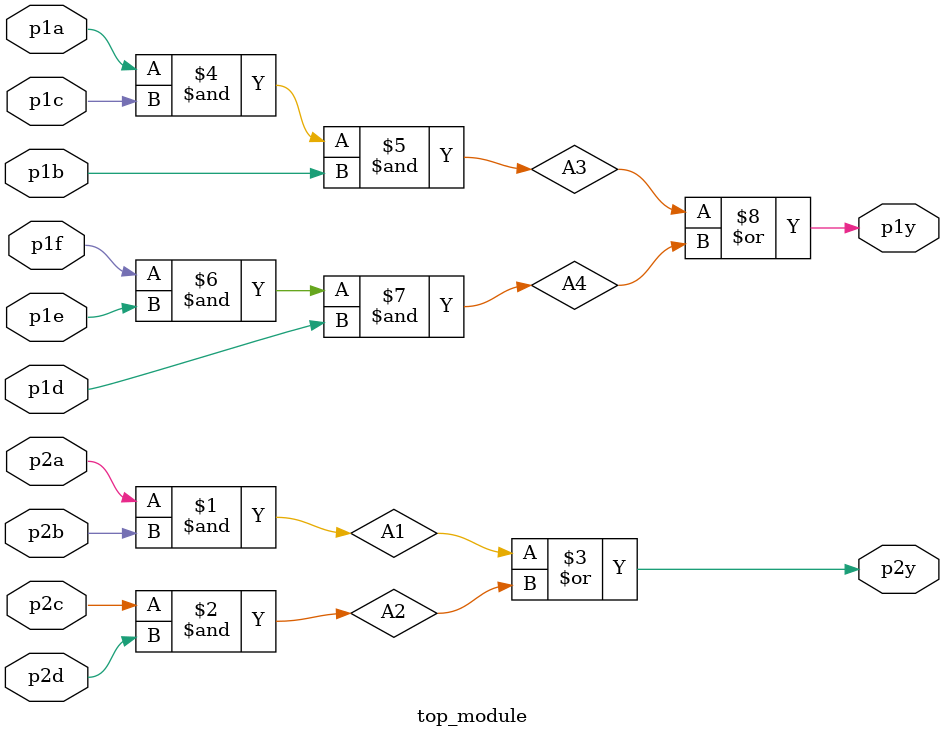
<source format=v>
module top_module ( 
    input p1a, p1b, p1c, p1d, p1e, p1f,
    output p1y,
    input p2a, p2b, p2c, p2d,
    output p2y );
wire A1= p2a & p2b;
wire A2= p2c & p2d;
assign p2y = A1 | A2;
wire A3 = p1a & p1c & p1b;
wire A4 = p1f & p1e & p1d;
assign p1y = A3 | A4;

endmodule
</source>
